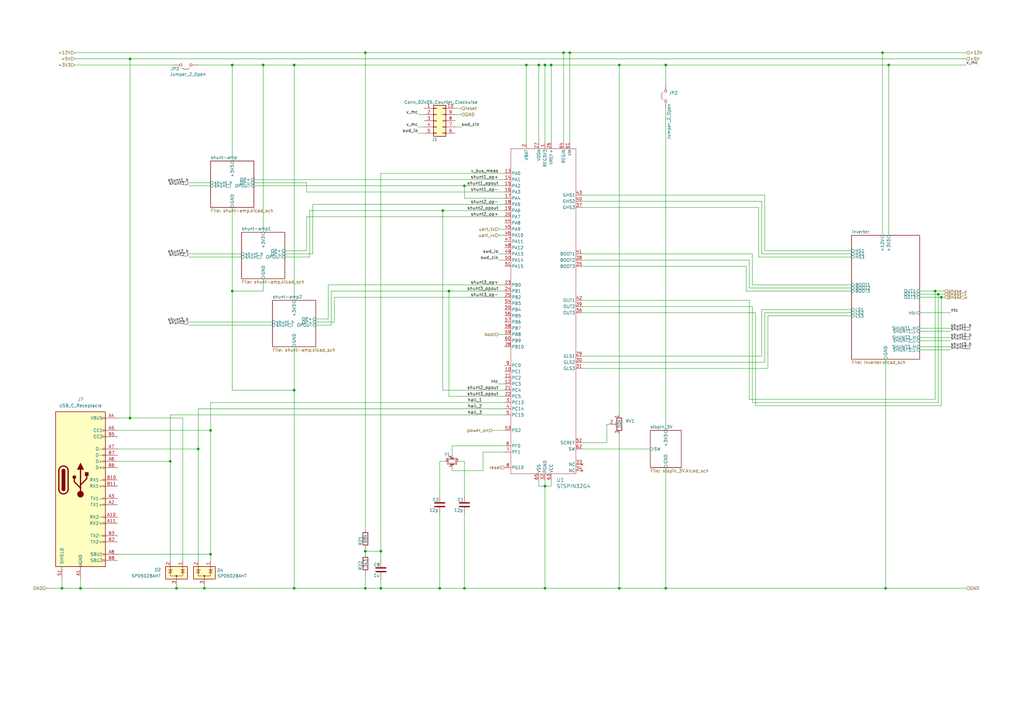
<source format=kicad_sch>
(kicad_sch (version 20250114) (generator "eeschema") (generator_version "9.0")
  (paper "A3")
  (lib_symbols
    (symbol "Connector:USB_C_Receptacle" (pin_names (offset 1.016))
      (property "Reference" "J" (at -10.16 29.21 0))
      (property "Value" "USB_C_Receptacle" (at 10.16 29.21 0))
      (symbol "USB_C_Receptacle_0_0"
        (rectangle (start -0.254 -35.56) (end 0.254 -34.544))
        (rectangle (start 10.16 25.654) (end 9.144 25.146))
        (rectangle (start 10.16 20.574) (end 9.144 20.066))
        (rectangle (start 10.16 18.034) (end 9.144 17.526))
        (rectangle (start 10.16 12.954) (end 9.144 12.446))
        (rectangle (start 10.16 10.414) (end 9.144 9.906))
        (rectangle (start 10.16 7.874) (end 9.144 7.366))
        (rectangle (start 10.16 5.334) (end 9.144 4.826))
        (rectangle (start 10.16 0.254) (end 9.144 -0.254))
        (rectangle (start 10.16 -2.286) (end 9.144 -2.794))
        (rectangle (start 10.16 -7.366) (end 9.144 -7.874))
        (rectangle (start 10.16 -9.906) (end 9.144 -10.414))
        (rectangle (start 10.16 -14.986) (end 9.144 -15.494))
        (rectangle (start 10.16 -17.526) (end 9.144 -18.034))
        (rectangle (start 10.16 -22.606) (end 9.144 -23.114))
        (rectangle (start 10.16 -25.146) (end 9.144 -25.654))
        (rectangle (start 10.16 -30.226) (end 9.144 -30.734))
        (rectangle (start 10.16 -32.766) (end 9.144 -33.274))
      )
      (symbol "USB_C_Receptacle_0_1"
        (rectangle (start -10.16 27.94) (end 10.16 -35.56) (stroke (width 0.254)) (fill (type background)))
        (polyline (pts (xy -8.89 -3.81) (xy -8.89 3.81)) (stroke (width 0.508)))
        (rectangle (start -7.62 -3.81) (end -6.35 3.81) (stroke (width 0.254)) (fill (type outline)))
        (arc (start -7.62 3.81) (mid -6.985 4.4423) (end -6.35 3.81) (stroke (width 0.254)))
        (arc (start -7.62 3.81) (mid -6.985 4.4423) (end -6.35 3.81) (stroke (width 0.254)) (fill (type outline)))
        (arc (start -8.89 3.81) (mid -6.985 5.7067) (end -5.08 3.81) (stroke (width 0.508)))
        (arc (start -5.08 -3.81) (mid -6.985 -5.7067) (end -8.89 -3.81) (stroke (width 0.508)))
        (arc (start -6.35 -3.81) (mid -6.985 -4.4423) (end -7.62 -3.81) (stroke (width 0.254)))
        (arc (start -6.35 -3.81) (mid -6.985 -4.4423) (end -7.62 -3.81) (stroke (width 0.254)) (fill (type outline)))
        (polyline (pts (xy -5.08 3.81) (xy -5.08 -3.81)) (stroke (width 0.508)))
      )
      (symbol "USB_C_Receptacle_1_1"
        (circle (center -2.54 1.143) (radius 0.635) (stroke (width 0.254)) (fill (type outline)))
        (polyline (pts (xy -1.27 4.318) (xy 0 6.858) (xy 1.27 4.318) (xy -1.27 4.318)) (stroke (width 0.254)) (fill (type outline)))
        (polyline (pts (xy 0 -2.032) (xy 2.54 0.508) (xy 2.54 1.778)) (stroke (width 0.508)))
        (polyline (pts (xy 0 -3.302) (xy -2.54 -0.762) (xy -2.54 0.508)) (stroke (width 0.508)))
        (polyline (pts (xy 0 -5.842) (xy 0 4.318)) (stroke (width 0.508)))
        (circle (center 0 -5.842) (radius 1.27) (fill (type outline)))
        (rectangle (start 1.905 1.778) (end 3.175 3.048) (stroke (width 0.254)) (fill (type outline)))
        (pin passive line (at -7.62 -40.64 90) (length 5.08) (name "SHIELD") (number "S1"))
        (pin passive line (at 0 -40.64 90) (length 5.08) (name "GND") (number "A1"))
        (pin passive line (at 0 -40.64 90) (length 5.08) (hide yes) (name "GND") (number "A12"))
        (pin passive line (at 0 -40.64 90) (length 5.08) (hide yes) (name "GND") (number "B1"))
        (pin passive line (at 0 -40.64 90) (length 5.08) (hide yes) (name "GND") (number "B12"))
        (pin passive line (at 15.24 25.4 180) (length 5.08) (name "VBUS") (number "A4"))
        (pin passive line (at 15.24 25.4 180) (length 5.08) (hide yes) (name "VBUS") (number "A9"))
        (pin passive line (at 15.24 25.4 180) (length 5.08) (hide yes) (name "VBUS") (number "B4"))
        (pin passive line (at 15.24 25.4 180) (length 5.08) (hide yes) (name "VBUS") (number "B9"))
        (pin bidirectional line (at 15.24 20.32 180) (length 5.08) (name "CC1") (number "A5"))
        (pin bidirectional line (at 15.24 17.78 180) (length 5.08) (name "CC2") (number "B5"))
        (pin bidirectional line (at 15.24 12.7 180) (length 5.08) (name "D-") (number "A7"))
        (pin bidirectional line (at 15.24 10.16 180) (length 5.08) (name "D-") (number "B7"))
        (pin bidirectional line (at 15.24 7.62 180) (length 5.08) (name "D+") (number "A6"))
        (pin bidirectional line (at 15.24 5.08 180) (length 5.08) (name "D+") (number "B6"))
        (pin bidirectional line (at 15.24 0 180) (length 5.08) (name "RX1-") (number "B10"))
        (pin bidirectional line (at 15.24 -2.54 180) (length 5.08) (name "RX1+") (number "B11"))
        (pin bidirectional line (at 15.24 -7.62 180) (length 5.08) (name "TX1-") (number "A3"))
        (pin bidirectional line (at 15.24 -10.16 180) (length 5.08) (name "TX1+") (number "A2"))
        (pin bidirectional line (at 15.24 -15.24 180) (length 5.08) (name "RX2-") (number "A10"))
        (pin bidirectional line (at 15.24 -17.78 180) (length 5.08) (name "RX2+") (number "A11"))
        (pin bidirectional line (at 15.24 -22.86 180) (length 5.08) (name "TX2-") (number "B3"))
        (pin bidirectional line (at 15.24 -25.4 180) (length 5.08) (name "TX2+") (number "B2"))
        (pin bidirectional line (at 15.24 -30.48 180) (length 5.08) (name "SBU1") (number "A8"))
        (pin bidirectional line (at 15.24 -33.02 180) (length 5.08) (name "SBU2") (number "B8"))
      )
    )
    (symbol "Connector_Generic:Conn_02x05_Counter_Clockwise" (pin_names (offset 1.016) (hide yes))
      (property "Reference" "J" (at 1.27 7.62 0))
      (property "Value" "Conn_02x05_Counter_Clockwise" (at 1.27 -7.62 0))
      (symbol "Conn_02x05_Counter_Clockwise_1_1"
        (rectangle (start -1.27 6.35) (end 3.81 -6.35) (stroke (width 0.254)) (fill (type background)))
        (rectangle (start -1.27 5.207) (end 0 4.953) (stroke (width 0.1524)))
        (rectangle (start -1.27 2.667) (end 0 2.413) (stroke (width 0.1524)))
        (rectangle (start -1.27 0.127) (end 0 -0.127) (stroke (width 0.1524)))
        (rectangle (start -1.27 -2.413) (end 0 -2.667) (stroke (width 0.1524)))
        (rectangle (start -1.27 -4.953) (end 0 -5.207) (stroke (width 0.1524)))
        (rectangle (start 3.81 5.207) (end 2.54 4.953) (stroke (width 0.1524)))
        (rectangle (start 3.81 2.667) (end 2.54 2.413) (stroke (width 0.1524)))
        (rectangle (start 3.81 0.127) (end 2.54 -0.127) (stroke (width 0.1524)))
        (rectangle (start 3.81 -2.413) (end 2.54 -2.667) (stroke (width 0.1524)))
        (rectangle (start 3.81 -4.953) (end 2.54 -5.207) (stroke (width 0.1524)))
        (pin passive line (at -5.08 5.08 0) (length 3.81) (name "Pin_1") (number "1"))
        (pin passive line (at -5.08 2.54 0) (length 3.81) (name "Pin_2") (number "2"))
        (pin passive line (at -5.08 0 0) (length 3.81) (name "Pin_3") (number "3"))
        (pin passive line (at -5.08 -2.54 0) (length 3.81) (name "Pin_4") (number "4"))
        (pin passive line (at -5.08 -5.08 0) (length 3.81) (name "Pin_5") (number "5"))
        (pin passive line (at 7.62 5.08 180) (length 3.81) (name "Pin_10") (number "10"))
        (pin passive line (at 7.62 2.54 180) (length 3.81) (name "Pin_9") (number "9"))
        (pin passive line (at 7.62 0 180) (length 3.81) (name "Pin_8") (number "8"))
        (pin passive line (at 7.62 -2.54 180) (length 3.81) (name "Pin_7") (number "7"))
        (pin passive line (at 7.62 -5.08 180) (length 3.81) (name "Pin_6") (number "6"))
      )
    )
    (symbol "Device:C" (pin_numbers (hide yes)) (pin_names (offset 0.254))
      (property "Reference" "C" (at 0.635 2.54 0))
      (property "Value" "C" (at 0.635 -2.54 0))
      (symbol "C_0_1"
        (polyline (pts (xy -2.032 0.762) (xy 2.032 0.762)) (stroke (width 0.508)))
        (polyline (pts (xy -2.032 -0.762) (xy 2.032 -0.762)) (stroke (width 0.508)))
      )
      (symbol "C_1_1"
        (pin passive line (at 0 3.81 270) (length 2.794) (name "~") (number "1"))
        (pin passive line (at 0 -3.81 90) (length 2.794) (name "~") (number "2"))
      )
    )
    (symbol "Device:Crystal_GND23_Small" (pin_names (offset 1.016) (hide yes))
      (property "Reference" "Y1" (at 2.794 -2.032 90))
      (symbol "Crystal_GND23_Small_0_1"
        (polyline (pts (xy -1.27 1.27) (xy -1.27 1.905) (xy 1.27 1.905) (xy 1.27 1.27)))
        (polyline (pts (xy -1.27 -0.762) (xy -1.27 0.762)) (stroke (width 0.381)))
        (polyline (pts (xy -1.27 -1.27) (xy -1.27 -1.905) (xy 1.27 -1.905) (xy 1.27 -1.27)))
        (rectangle (start -0.762 -1.524) (end 0.762 1.524))
        (polyline (pts (xy 1.27 -0.762) (xy 1.27 0.762)) (stroke (width 0.381)))
      )
      (symbol "Crystal_GND23_Small_1_1"
        (pin passive line (at -2.54 0 0) (length 1.27) (name "1") (number "1"))
        (pin passive line (at 0 2.54 270) (length 0.635) (name "4") (number "4"))
        (pin passive line (at 0 -2.54 90) (length 0.635) (name "2") (number "2"))
        (pin passive line (at 2.54 0 180) (length 1.27) (name "3") (number "3"))
      )
    )
    (symbol "Device:R" (pin_numbers (hide yes)) (pin_names (offset 0))
      (property "Reference" "R" (at 2.032 0 90))
      (property "Value" "R" (at 0 0 90))
      (symbol "R_0_1"
        (rectangle (start -1.016 -2.54) (end 1.016 2.54) (stroke (width 0.254)))
      )
      (symbol "R_1_1"
        (pin passive line (at 0 3.81 270) (length 1.27) (name "~") (number "1"))
        (pin passive line (at 0 -3.81 90) (length 1.27) (name "~") (number "2"))
      )
    )
    (symbol "Device:R_Potentiometer_Trim" (pin_names (offset 1.016) (hide yes))
      (property "Reference" "RV" (at -4.445 0 90))
      (property "Value" "R_Potentiometer_Trim" (at -2.54 0 90))
      (symbol "R_Potentiometer_Trim_0_1"
        (rectangle (start 1.016 2.54) (end -1.016 -2.54) (stroke (width 0.254)))
        (polyline (pts (xy 1.524 0.762) (xy 1.524 -0.762)))
        (polyline (pts (xy 2.54 0) (xy 1.524 0)))
      )
      (symbol "R_Potentiometer_Trim_1_1"
        (pin passive line (at 0 3.81 270) (length 1.27) (name "1") (number "1"))
        (pin passive line (at 0 -3.81 90) (length 1.27) (name "3") (number "3"))
        (pin passive line (at 3.81 0 180) (length 1.27) (name "2") (number "2"))
      )
    )
    (symbol "Jumper:Jumper_2_Open" (pin_numbers (hide yes)) (pin_names (offset 0) (hide yes))
      (property "Reference" "JP" (at 0 2.794 0))
      (property "Value" "Jumper_2_Open" (at 0 -2.286 0))
      (symbol "Jumper_2_Open_0_0"
        (circle (center -2.032 0) (radius 0.508))
        (circle (center 2.032 0) (radius 0.508))
      )
      (symbol "Jumper_2_Open_0_1"
        (arc (start -1.524 1.27) (mid 0 1.778) (end 1.524 1.27))
      )
      (symbol "Jumper_2_Open_1_1"
        (pin passive line (at -5.08 0 0) (length 2.54) (name "A") (number "1"))
        (pin passive line (at 5.08 0 180) (length 2.54) (name "B") (number "2"))
      )
    )
    (symbol "Power_Protection:SP0502BAHT" (pin_names (hide yes))
      (property "Reference" "D" (at 5.715 2.54 0))
      (property "Value" "SP0502BAHT" (at 5.715 0.635 0))
      (symbol "SP0502BAHT_0_0"
        (pin passive line (at 0 -5.08 90) (length 2.54) (name "A") (number "3"))
      )
      (symbol "SP0502BAHT_0_1"
        (rectangle (start -4.445 2.54) (end 4.445 -2.54) (stroke (width 0.254)) (fill (type background)))
        (polyline (pts (xy -3.302 1.016) (xy -3.302 1.27) (xy -1.905 1.27) (xy -1.778 1.27)))
        (polyline (pts (xy -2.54 2.54) (xy -2.54 1.27)))
        (polyline (pts (xy -2.54 1.27) (xy -2.54 -1.27) (xy 2.54 -1.27) (xy 2.54 1.27)))
        (polyline (pts (xy -2.54 1.27) (xy -1.905 0) (xy -3.175 0) (xy -2.54 1.27)))
        (polyline (pts (xy 0 -1.27) (xy 0 -2.54)))
        (circle (center 0 -1.27) (radius 0.254) (fill (type outline)))
        (polyline (pts (xy 1.778 1.016) (xy 1.778 1.27) (xy 3.175 1.27) (xy 3.302 1.27)))
        (polyline (pts (xy 2.54 2.54) (xy 2.54 1.27)))
        (polyline (pts (xy 2.54 1.27) (xy 1.905 0) (xy 3.175 0) (xy 2.54 1.27)))
      )
      (symbol "SP0502BAHT_1_1"
        (pin passive line (at -2.54 5.08 270) (length 2.54) (name "K") (number "1"))
        (pin passive line (at 2.54 5.08 270) (length 2.54) (name "K") (number "2"))
      )
    )
    (symbol "stsping4:STSPIN32G4" (pin_names (offset 0.254))
      (property "Reference" "U" (at 0 -6.858 0))
      (property "Value" "STSPIN32G4" (at 0.508 -9.906 0))
      (symbol "STSPIN32G4_1_1"
        (polyline (pts (xy -13.97 67.31) (xy -13.97 -66.04)) (stroke (width 0.127)))
        (polyline (pts (xy -13.97 -66.04) (xy 12.7 -66.04)) (stroke (width 0.127)))
        (polyline (pts (xy 12.7 67.31) (xy -13.97 67.31)) (stroke (width 0.127)))
        (polyline (pts (xy 12.7 -66.04) (xy 12.7 67.31)) (stroke (width 0.127)))
        (pin bidirectional line (at -16.51 57.15 0) (length 2.54) (name "PA0") (number "13"))
        (pin bidirectional line (at -16.51 54.61 0) (length 2.54) (name "PA1") (number "14"))
        (pin bidirectional line (at -16.51 52.07 0) (length 2.54) (name "PA2") (number "15"))
        (pin bidirectional line (at -16.51 49.53 0) (length 2.54) (name "PA3") (number "16"))
        (pin bidirectional line (at -16.51 46.99 0) (length 2.54) (name "PA4") (number "17"))
        (pin bidirectional line (at -16.51 44.45 0) (length 2.54) (name "PA5") (number "18"))
        (pin bidirectional line (at -16.51 41.91 0) (length 2.54) (name "PA6") (number "19"))
        (pin bidirectional line (at -16.51 39.37 0) (length 2.54) (name "PA7") (number "20"))
        (pin bidirectional line (at -16.51 36.83 0) (length 2.54) (name "PA8") (number "44"))
        (pin bidirectional line (at -16.51 34.29 0) (length 2.54) (name "PA9") (number "45"))
        (pin bidirectional line (at -16.51 31.75 0) (length 2.54) (name "PA10") (number "46"))
        (pin bidirectional line (at -16.51 29.21 0) (length 2.54) (name "PA11") (number "47"))
        (pin bidirectional line (at -16.51 26.67 0) (length 2.54) (name "PA12") (number "48"))
        (pin bidirectional line (at -16.51 24.13 0) (length 2.54) (name "PA13") (number "49"))
        (pin bidirectional line (at -16.51 21.59 0) (length 2.54) (name "PA14") (number "50"))
        (pin bidirectional line (at -16.51 19.05 0) (length 2.54) (name "PA15") (number "51"))
        (pin bidirectional line (at -16.51 11.43 0) (length 2.54) (name "PB0") (number "23"))
        (pin bidirectional line (at -16.51 8.89 0) (length 2.54) (name "PB1") (number "24"))
        (pin bidirectional line (at -16.51 6.35 0) (length 2.54) (name "PB2") (number "25"))
        (pin bidirectional line (at -16.51 3.81 0) (length 2.54) (name "PB3") (number "54"))
        (pin bidirectional line (at -16.51 1.27 0) (length 2.54) (name "PB4") (number "55"))
        (pin bidirectional line (at -16.51 -1.27 0) (length 2.54) (name "PB5") (number "56"))
        (pin bidirectional line (at -16.51 -3.81 0) (length 2.54) (name "PB6") (number "57"))
        (pin bidirectional line (at -16.51 -6.35 0) (length 2.54) (name "PB7") (number "58"))
        (pin bidirectional line (at -16.51 -8.89 0) (length 2.54) (name "PB8") (number "59"))
        (pin bidirectional line (at -16.51 -11.43 0) (length 2.54) (name "PB9") (number "60"))
        (pin bidirectional line (at -16.51 -13.97 0) (length 2.54) (name "PB10") (number "28"))
        (pin bidirectional line (at -16.51 -21.59 0) (length 2.54) (name "PC0") (number "9"))
        (pin bidirectional line (at -16.51 -24.13 0) (length 2.54) (name "PC1") (number "10"))
        (pin bidirectional line (at -16.51 -26.67 0) (length 2.54) (name "PC2") (number "11"))
        (pin bidirectional line (at -16.51 -29.21 0) (length 2.54) (name "PC3") (number "12"))
        (pin bidirectional line (at -16.51 -31.75 0) (length 2.54) (name "PC4") (number "21"))
        (pin bidirectional line (at -16.51 -34.29 0) (length 2.54) (name "PC5") (number "22"))
        (pin bidirectional line (at -16.51 -36.83 0) (length 2.54) (name "PC13") (number "3"))
        (pin bidirectional line (at -16.51 -39.37 0) (length 2.54) (name "PC14") (number "4"))
        (pin bidirectional line (at -16.51 -41.91 0) (length 2.54) (name "PC15") (number "5"))
        (pin bidirectional line (at -16.51 -48.26 0) (length 2.54) (name "PD2") (number "53"))
        (pin bidirectional line (at -16.51 -54.61 0) (length 2.54) (name "PF0") (number "6"))
        (pin bidirectional line (at -16.51 -57.15 0) (length 2.54) (name "PF1") (number "7"))
        (pin unspecified line (at -16.51 -63.5 0) (length 2.54) (name "PG10") (number "8"))
        (pin unspecified line (at -7.62 69.85 270) (length 2.54) (name "VBAT") (number "2"))
        (pin power_in line (at -2.54 69.85 270) (length 2.54) (name "VDDA") (number "27"))
        (pin power_in line (at -2.54 -68.58 90) (length 2.54) (name "VSS") (number "65"))
        (pin power_in line (at 0 69.85 270) (length 2.54) (name "REG3V3") (number "1"))
        (pin power_in line (at 0 -68.58 90) (length 2.54) (name "PGND") (number "32"))
        (pin power_in line (at 2.54 69.85 270) (length 2.54) (name "VREF+") (number "26"))
        (pin power_in line (at 2.54 -68.58 90) (length 2.54) (name "VCC") (number "63"))
        (pin unspecified line (at 7.62 69.85 270) (length 2.54) (name "REGIN") (number "64"))
        (pin unspecified line (at 10.16 69.85 270) (length 2.54) (name "VM") (number "61"))
        (pin bidirectional line (at 15.24 48.26 180) (length 2.54) (name "GHS1") (number "43"))
        (pin bidirectional line (at 15.24 45.72 180) (length 2.54) (name "GHS2") (number "40"))
        (pin bidirectional line (at 15.24 43.18 180) (length 2.54) (name "GHS3") (number "37"))
        (pin bidirectional line (at 15.24 24.13 180) (length 2.54) (name "BOOT1") (number "41"))
        (pin bidirectional line (at 15.24 21.59 180) (length 2.54) (name "BOOT2") (number "38"))
        (pin bidirectional line (at 15.24 19.05 180) (length 2.54) (name "BOOT3") (number "35"))
        (pin output line (at 15.24 5.08 180) (length 2.54) (name "OUT1") (number "42"))
        (pin output line (at 15.24 2.54 180) (length 2.54) (name "OUT2") (number "39"))
        (pin output line (at 15.24 0 180) (length 2.54) (name "OUT3") (number "36"))
        (pin bidirectional line (at 15.24 -17.78 180) (length 2.54) (name "GLS1") (number "29"))
        (pin bidirectional line (at 15.24 -20.32 180) (length 2.54) (name "GLS2") (number "30"))
        (pin bidirectional line (at 15.24 -22.86 180) (length 2.54) (name "GLS3") (number "31"))
        (pin unspecified line (at 15.24 -53.34 180) (length 2.54) (name "SCREF") (number "52"))
        (pin unspecified line (at 15.24 -55.88 180) (length 2.54) (name "SW") (number "62"))
        (pin no_connect line (at 15.24 -62.23 180) (length 2.54) (name "NC") (number "33"))
        (pin no_connect line (at 15.24 -64.77 180) (length 2.54) (name "NC") (number "34"))
      )
    )
  )
  (junction (at 53.34 24.13))
  (junction (at 190.5 241.3))
  (junction (at 223.52 199.39))
  (junction (at 386.08 121.92))
  (junction (at 215.9 26.67))
  (junction (at 181.61 86.36))
  (junction (at 156.21 226.06))
  (junction (at 383.54 119.38))
  (junction (at 273.05 241.3))
  (junction (at 190.5 76.2))
  (junction (at 156.21 241.3))
  (junction (at 33.02 241.3))
  (junction (at 25.4 241.3))
  (junction (at 149.86 226.06))
  (junction (at 95.25 119.38))
  (junction (at 220.98 26.67))
  (junction (at 120.65 26.67))
  (junction (at 95.25 26.67))
  (junction (at 363.22 241.3))
  (junction (at 361.95 21.59))
  (junction (at 149.86 21.59))
  (junction (at 231.14 21.59))
  (junction (at 223.52 241.3))
  (junction (at 81.28 184.15))
  (junction (at 72.39 241.3))
  (junction (at 180.34 241.3))
  (junction (at 273.05 26.67))
  (junction (at 184.15 119.38))
  (junction (at 149.86 241.3))
  (junction (at 384.81 120.65))
  (junction (at 120.65 160.02))
  (junction (at 53.34 171.45))
  (junction (at 254 26.67))
  (junction (at 254 241.3))
  (junction (at 107.95 26.67))
  (junction (at 223.52 26.67))
  (junction (at 226.06 26.67))
  (junction (at 233.68 21.59))
  (junction (at 364.49 26.67))
  (junction (at 86.36 227.33))
  (junction (at 86.36 176.53))
  (junction (at 83.82 241.3))
  (junction (at 69.85 189.23))
  (junction (at 120.65 241.3))
  (wire (pts (xy 48.26 176.53) (xy 86.36 176.53)))
  (wire (pts (xy 306.07 119.38) (xy 349.25 119.38)))
  (wire (pts (xy 104.14 76.2) (xy 190.5 76.2)))
  (wire (pts (xy 312.42 82.55) (xy 312.42 104.14)))
  (wire (pts (xy 273.05 44.45) (xy 273.05 176.53)))
  (wire (pts (xy 30.48 21.59) (xy 149.86 21.59)))
  (wire (pts (xy 313.69 80.01) (xy 313.69 102.87)))
  (wire (pts (xy 220.98 26.67) (xy 220.98 58.42)))
  (wire (pts (xy 383.54 163.83) (xy 307.34 163.83)))
  (wire (pts (xy 185.42 193.04) (xy 198.12 193.04)))
  (wire (pts (xy 107.95 26.67) (xy 120.65 26.67)))
  (wire (pts (xy 48.26 227.33) (xy 86.36 227.33)))
  (wire (pts (xy 389.89 134.62) (xy 377.19 134.62)))
  (wire (pts (xy 207.01 170.18) (xy 69.85 170.18)))
  (wire (pts (xy 48.26 189.23) (xy 69.85 189.23)))
  (wire (pts (xy 81.28 26.67) (xy 95.25 26.67)))
  (wire (pts (xy 238.76 80.01) (xy 313.69 80.01)))
  (wire (pts (xy 30.48 24.13) (xy 53.34 24.13)))
  (wire (pts (xy 86.36 165.1) (xy 86.36 176.53)))
  (wire (pts (xy 377.19 128.27) (xy 389.89 128.27)))
  (wire (pts (xy 120.65 26.67) (xy 215.9 26.67)))
  (wire (pts (xy 311.15 85.09) (xy 311.15 105.41)))
  (wire (pts (xy 180.34 189.23) (xy 180.34 203.2)))
  (wire (pts (xy 156.21 71.12) (xy 207.01 71.12)))
  (wire (pts (xy 81.28 184.15) (xy 81.28 229.87)))
  (wire (pts (xy 127 86.36) (xy 181.61 86.36)))
  (wire (pts (xy 364.49 26.67) (xy 364.49 96.52)))
  (wire (pts (xy 53.34 171.45) (xy 53.34 24.13)))
  (wire (pts (xy 190.5 241.3) (xy 223.52 241.3)))
  (wire (pts (xy 171.45 52.07) (xy 173.99 52.07)))
  (wire (pts (xy 308.61 125.73) (xy 308.61 165.1)))
  (wire (pts (xy 134.62 116.84) (xy 207.01 116.84)))
  (wire (pts (xy 207.01 162.56) (xy 184.15 162.56)))
  (wire (pts (xy 386.08 121.92) (xy 386.08 166.37)))
  (wire (pts (xy 308.61 116.84) (xy 349.25 116.84)))
  (wire (pts (xy 233.68 21.59) (xy 361.95 21.59)))
  (wire (pts (xy 190.5 241.3) (xy 180.34 241.3)))
  (wire (pts (xy 223.52 199.39) (xy 226.06 199.39)))
  (wire (pts (xy 156.21 226.06) (xy 156.21 229.87)))
  (wire (pts (xy 190.5 76.2) (xy 207.01 76.2)))
  (wire (pts (xy 204.47 157.48) (xy 207.01 157.48)))
  (wire (pts (xy 312.42 127) (xy 349.25 127)))
  (wire (pts (xy 171.45 54.61) (xy 173.99 54.61)))
  (wire (pts (xy 120.65 142.24) (xy 120.65 160.02)))
  (wire (pts (xy 223.52 199.39) (xy 223.52 241.3)))
  (wire (pts (xy 25.4 237.49) (xy 25.4 241.3)))
  (wire (pts (xy 77.47 76.2) (xy 86.36 76.2)))
  (wire (pts (xy 86.36 227.33) (xy 86.36 229.87)))
  (wire (pts (xy 125.73 102.87) (xy 125.73 88.9)))
  (wire (pts (xy 69.85 170.18) (xy 69.85 189.23)))
  (wire (pts (xy 204.47 93.98) (xy 207.01 93.98)))
  (wire (pts (xy 389.89 143.51) (xy 377.19 143.51)))
  (wire (pts (xy 313.69 148.59) (xy 313.69 128.27)))
  (wire (pts (xy 72.39 241.3) (xy 83.82 241.3)))
  (wire (pts (xy 77.47 132.08) (xy 111.76 132.08)))
  (wire (pts (xy 33.02 237.49) (xy 33.02 241.3)))
  (wire (pts (xy 250.19 173.99) (xy 248.92 173.99)))
  (wire (pts (xy 226.06 199.39) (xy 226.06 196.85)))
  (wire (pts (xy 129.54 133.35) (xy 135.89 133.35)))
  (wire (pts (xy 120.65 241.3) (xy 149.86 241.3)))
  (wire (pts (xy 156.21 226.06) (xy 156.21 71.12)))
  (wire (pts (xy 137.16 132.08) (xy 137.16 121.92)))
  (wire (pts (xy 149.86 226.06) (xy 149.86 227.33)))
  (wire (pts (xy 238.76 128.27) (xy 309.88 128.27)))
  (wire (pts (xy 254 26.67) (xy 273.05 26.67)))
  (wire (pts (xy 77.47 74.93) (xy 86.36 74.93)))
  (wire (pts (xy 95.25 85.09) (xy 95.25 119.38)))
  (wire (pts (xy 226.06 26.67) (xy 254 26.67)))
  (wire (pts (xy 238.76 148.59) (xy 313.69 148.59)))
  (wire (pts (xy 361.95 96.52) (xy 361.95 21.59)))
  (wire (pts (xy 120.65 26.67) (xy 120.65 123.19)))
  (wire (pts (xy 149.86 224.79) (xy 149.86 226.06)))
  (wire (pts (xy 220.98 199.39) (xy 223.52 199.39)))
  (wire (pts (xy 204.47 96.52) (xy 207.01 96.52)))
  (wire (pts (xy 273.05 241.3) (xy 363.22 241.3)))
  (wire (pts (xy 254 177.8) (xy 254 241.3)))
  (wire (pts (xy 53.34 24.13) (xy 396.24 24.13)))
  (wire (pts (xy 156.21 241.3) (xy 180.34 241.3)))
  (wire (pts (xy 223.52 26.67) (xy 223.52 58.42)))
  (wire (pts (xy 134.62 130.81) (xy 134.62 116.84)))
  (wire (pts (xy 182.88 189.23) (xy 180.34 189.23)))
  (wire (pts (xy 81.28 167.64) (xy 207.01 167.64)))
  (wire (pts (xy 201.93 176.53) (xy 207.01 176.53)))
  (wire (pts (xy 386.08 121.92) (xy 387.35 121.92)))
  (wire (pts (xy 312.42 146.05) (xy 312.42 127)))
  (wire (pts (xy 238.76 106.68) (xy 307.34 106.68)))
  (wire (pts (xy 238.76 123.19) (xy 307.34 123.19)))
  (wire (pts (xy 306.07 109.22) (xy 306.07 119.38)))
  (wire (pts (xy 77.47 104.14) (xy 99.06 104.14)))
  (wire (pts (xy 184.15 162.56) (xy 184.15 119.38)))
  (wire (pts (xy 254 170.18) (xy 254 26.67)))
  (wire (pts (xy 135.89 119.38) (xy 184.15 119.38)))
  (wire (pts (xy 74.93 171.45) (xy 74.93 229.87)))
  (wire (pts (xy 273.05 191.77) (xy 273.05 241.3)))
  (wire (pts (xy 238.76 82.55) (xy 312.42 82.55)))
  (wire (pts (xy 180.34 210.82) (xy 180.34 241.3)))
  (wire (pts (xy 254 241.3) (xy 273.05 241.3)))
  (wire (pts (xy 137.16 121.92) (xy 207.01 121.92)))
  (wire (pts (xy 72.39 240.03) (xy 72.39 241.3)))
  (wire (pts (xy 204.47 106.68) (xy 207.01 106.68)))
  (wire (pts (xy 223.52 196.85) (xy 223.52 199.39)))
  (wire (pts (xy 311.15 105.41) (xy 349.25 105.41)))
  (wire (pts (xy 204.47 104.14) (xy 207.01 104.14)))
  (wire (pts (xy 48.26 184.15) (xy 81.28 184.15)))
  (wire (pts (xy 377.19 119.38) (xy 383.54 119.38)))
  (wire (pts (xy 104.14 74.93) (xy 125.73 74.93)))
  (wire (pts (xy 383.54 119.38) (xy 387.35 119.38)))
  (wire (pts (xy 314.96 129.54) (xy 349.25 129.54)))
  (wire (pts (xy 377.19 120.65) (xy 384.81 120.65)))
  (wire (pts (xy 190.5 210.82) (xy 190.5 241.3)))
  (wire (pts (xy 149.86 241.3) (xy 156.21 241.3)))
  (wire (pts (xy 116.84 102.87) (xy 125.73 102.87)))
  (wire (pts (xy 215.9 26.67) (xy 220.98 26.67)))
  (wire (pts (xy 125.73 78.74) (xy 207.01 78.74)))
  (wire (pts (xy 25.4 241.3) (xy 33.02 241.3)))
  (wire (pts (xy 116.84 104.14) (xy 128.27 104.14)))
  (wire (pts (xy 312.42 104.14) (xy 349.25 104.14)))
  (wire (pts (xy 95.25 160.02) (xy 120.65 160.02)))
  (wire (pts (xy 120.65 160.02) (xy 120.65 241.3)))
  (wire (pts (xy 307.34 106.68) (xy 307.34 118.11)))
  (wire (pts (xy 186.69 44.45) (xy 189.23 44.45)))
  (wire (pts (xy 238.76 109.22) (xy 306.07 109.22)))
  (wire (pts (xy 273.05 26.67) (xy 273.05 34.29)))
  (wire (pts (xy 198.12 185.42) (xy 207.01 185.42)))
  (wire (pts (xy 149.86 226.06) (xy 156.21 226.06)))
  (wire (pts (xy 307.34 118.11) (xy 349.25 118.11)))
  (wire (pts (xy 171.45 46.99) (xy 173.99 46.99)))
  (wire (pts (xy 185.42 191.77) (xy 185.42 193.04)))
  (wire (pts (xy 33.02 241.3) (xy 72.39 241.3)))
  (wire (pts (xy 181.61 86.36) (xy 207.01 86.36)))
  (wire (pts (xy 184.15 119.38) (xy 207.01 119.38)))
  (wire (pts (xy 307.34 163.83) (xy 307.34 123.19)))
  (wire (pts (xy 187.96 189.23) (xy 190.5 189.23)))
  (wire (pts (xy 198.12 185.42) (xy 198.12 193.04)))
  (wire (pts (xy 223.52 26.67) (xy 220.98 26.67)))
  (wire (pts (xy 363.22 241.3) (xy 396.24 241.3)))
  (wire (pts (xy 77.47 133.35) (xy 111.76 133.35)))
  (wire (pts (xy 389.89 135.89) (xy 377.19 135.89)))
  (wire (pts (xy 215.9 26.67) (xy 215.9 58.42)))
  (wire (pts (xy 313.69 128.27) (xy 349.25 128.27)))
  (wire (pts (xy 116.84 105.41) (xy 127 105.41)))
  (wire (pts (xy 238.76 184.15) (xy 266.7 184.15)))
  (wire (pts (xy 377.19 121.92) (xy 386.08 121.92)))
  (wire (pts (xy 190.5 189.23) (xy 190.5 203.2)))
  (wire (pts (xy 135.89 133.35) (xy 135.89 119.38)))
  (wire (pts (xy 207.01 160.02) (xy 181.61 160.02)))
  (wire (pts (xy 149.86 21.59) (xy 231.14 21.59)))
  (wire (pts (xy 309.88 128.27) (xy 309.88 166.37)))
  (wire (pts (xy 273.05 26.67) (xy 364.49 26.67)))
  (wire (pts (xy 125.73 74.93) (xy 125.73 78.74)))
  (wire (pts (xy 48.26 171.45) (xy 53.34 171.45)))
  (wire (pts (xy 231.14 21.59) (xy 231.14 58.42)))
  (wire (pts (xy 83.82 240.03) (xy 83.82 241.3)))
  (wire (pts (xy 238.76 146.05) (xy 312.42 146.05)))
  (wire (pts (xy 248.92 173.99) (xy 248.92 181.61)))
  (wire (pts (xy 309.88 166.37) (xy 386.08 166.37)))
  (wire (pts (xy 308.61 104.14) (xy 308.61 116.84)))
  (wire (pts (xy 204.47 137.16) (xy 207.01 137.16)))
  (wire (pts (xy 107.95 119.38) (xy 95.25 119.38)))
  (wire (pts (xy 149.86 234.95) (xy 149.86 241.3)))
  (wire (pts (xy 95.25 26.67) (xy 95.25 66.04)))
  (wire (pts (xy 185.42 182.88) (xy 207.01 182.88)))
  (wire (pts (xy 248.92 181.61) (xy 238.76 181.61)))
  (wire (pts (xy 86.36 165.1) (xy 207.01 165.1)))
  (wire (pts (xy 77.47 105.41) (xy 99.06 105.41)))
  (wire (pts (xy 363.22 147.32) (xy 363.22 241.3)))
  (wire (pts (xy 233.68 21.59) (xy 231.14 21.59)))
  (wire (pts (xy 129.54 132.08) (xy 137.16 132.08)))
  (wire (pts (xy 107.95 114.3) (xy 107.95 119.38)))
  (wire (pts (xy 238.76 125.73) (xy 308.61 125.73)))
  (wire (pts (xy 223.52 241.3) (xy 254 241.3)))
  (wire (pts (xy 128.27 104.14) (xy 128.27 83.82)))
  (wire (pts (xy 389.89 142.24) (xy 377.19 142.24)))
  (wire (pts (xy 156.21 237.49) (xy 156.21 241.3)))
  (wire (pts (xy 384.81 120.65) (xy 384.81 165.1)))
  (wire (pts (xy 81.28 167.64) (xy 81.28 184.15)))
  (wire (pts (xy 238.76 104.14) (xy 308.61 104.14)))
  (wire (pts (xy 181.61 160.02) (xy 181.61 86.36)))
  (wire (pts (xy 127 105.41) (xy 127 86.36)))
  (wire (pts (xy 226.06 58.42) (xy 226.06 26.67)))
  (wire (pts (xy 238.76 85.09) (xy 311.15 85.09)))
  (wire (pts (xy 128.27 83.82) (xy 207.01 83.82)))
  (wire (pts (xy 186.69 52.07) (xy 189.23 52.07)))
  (wire (pts (xy 186.69 46.99) (xy 189.23 46.99)))
  (wire (pts (xy 104.14 73.66) (xy 207.01 73.66)))
  (wire (pts (xy 19.05 241.3) (xy 25.4 241.3)))
  (wire (pts (xy 389.89 138.43) (xy 377.19 138.43)))
  (wire (pts (xy 149.86 217.17) (xy 149.86 21.59)))
  (wire (pts (xy 107.95 26.67) (xy 107.95 95.25)))
  (wire (pts (xy 233.68 21.59) (xy 233.68 58.42)))
  (wire (pts (xy 364.49 26.67) (xy 396.24 26.67)))
  (wire (pts (xy 383.54 119.38) (xy 383.54 163.83)))
  (wire (pts (xy 361.95 21.59) (xy 396.24 21.59)))
  (wire (pts (xy 220.98 196.85) (xy 220.98 199.39)))
  (wire (pts (xy 129.54 130.81) (xy 134.62 130.81)))
  (wire (pts (xy 190.5 81.28) (xy 207.01 81.28)))
  (wire (pts (xy 69.85 189.23) (xy 69.85 229.87)))
  (wire (pts (xy 95.25 26.67) (xy 107.95 26.67)))
  (wire (pts (xy 313.69 102.87) (xy 349.25 102.87)))
  (wire (pts (xy 95.25 119.38) (xy 95.25 160.02)))
  (wire (pts (xy 74.93 171.45) (xy 53.34 171.45)))
  (wire (pts (xy 389.89 139.7) (xy 377.19 139.7)))
  (wire (pts (xy 83.82 241.3) (xy 120.65 241.3)))
  (wire (pts (xy 185.42 182.88) (xy 185.42 186.69)))
  (wire (pts (xy 238.76 151.13) (xy 314.96 151.13)))
  (wire (pts (xy 125.73 88.9) (xy 207.01 88.9)))
  (wire (pts (xy 86.36 176.53) (xy 86.36 227.33)))
  (wire (pts (xy 190.5 81.28) (xy 190.5 76.2)))
  (wire (pts (xy 226.06 26.67) (xy 223.52 26.67)))
  (wire (pts (xy 314.96 151.13) (xy 314.96 129.54)))
  (wire (pts (xy 384.81 120.65) (xy 387.35 120.65)))
  (wire (pts (xy 30.48 26.67) (xy 71.12 26.67)))
  (wire (pts (xy 308.61 165.1) (xy 384.81 165.1)))
  (label "shunt3_h" (at 77.47 132.08 180))
  (label "swd_clk" (at 204.47 106.68 180))
  (label "shunt1_op-" (at 204.47 78.74 180))
  (label "swd_io" (at 204.47 104.14 180))
  (label "shunt2_op-" (at 204.47 83.82 180))
  (label "shunt3_h" (at 389.89 142.24 0))
  (label "shunt1_l" (at 77.47 76.2 180))
  (label "swd_io" (at 171.45 54.61 180))
  (label "shunt1_h" (at 77.47 74.93 180))
  (label "v_bus_meas" (at 204.47 71.12 180))
  (label "shunt2_opout" (at 204.47 160.02 180))
  (label "v_mc" (at 171.45 46.99 180))
  (label "swd_clk" (at 189.23 52.07 0))
  (label "v_mc" (at 396.24 26.67 0))
  (label "v_mc" (at 171.45 52.07 180))
  (label "shunt2_l" (at 389.89 139.7 0))
  (label "shunt3_opout" (at 204.47 119.38 180))
  (label "shunt1_opout" (at 204.47 76.2 180))
  (label "shunt2_op+" (at 204.47 88.9 180))
  (label "hall_3" (at 191.77 170.18 0))
  (label "shunt3_opout" (at 204.47 162.56 180))
  (label "hall_2" (at 191.77 167.64 0))
  (label "hall_1" (at 191.77 165.1 0))
  (label "shunt3_op+" (at 204.47 116.84 180))
  (label "shunt2_l" (at 77.47 105.41 180))
  (label "shunt2_opout" (at 204.47 86.36 180))
  (label "shunt1_l" (at 389.89 135.89 0))
  (label "shunt2_h" (at 77.47 104.14 180))
  (label "shunt3_l" (at 389.89 143.51 0))
  (label "shunt3_op-" (at 204.47 121.92 180))
  (label "shunt2_h" (at 389.89 138.43 0))
  (label "shunt3_l" (at 77.47 133.35 180))
  (label "ntc" (at 204.47 157.48 180))
  (label "ntc" (at 389.89 128.27 0))
  (label "shunt1_h" (at 389.89 134.62 0))
  (label "shunt1_op+" (at 204.47 73.66 180))
  (hierarchical_label "phase_v" (shape input) (at 387.35 120.65 0))
  (hierarchical_label "uart_rx" (shape input) (at 204.47 96.52 180))
  (hierarchical_label "GND" (shape input) (at 396.24 241.3 0))
  (hierarchical_label "power_on" (shape input) (at 201.93 176.53 180))
  (hierarchical_label "+3V3" (shape input) (at 30.48 26.67 180))
  (hierarchical_label "phase_w" (shape input) (at 387.35 121.92 0))
  (hierarchical_label "uart_tx" (shape input) (at 204.47 93.98 180))
  (hierarchical_label "GND" (shape input) (at 189.23 46.99 0))
  (hierarchical_label "phase_u" (shape input) (at 387.35 119.38 0))
  (hierarchical_label "reset" (shape input) (at 189.23 44.45 0))
  (hierarchical_label "+5V" (shape input) (at 396.24 24.13 0))
  (hierarchical_label "GND" (shape input) (at 19.05 241.3 180))
  (hierarchical_label "boot" (shape input) (at 204.47 137.16 180))
  (hierarchical_label "reset" (shape input) (at 207.01 191.77 180))
  (hierarchical_label "+12V" (shape input) (at 30.48 21.59 180))
  (hierarchical_label "+12V" (shape input) (at 396.24 21.59 0))
  (hierarchical_label "+5V" (shape input) (at 30.48 24.13 180))
  (symbol (lib_id "Device:R") (at 149.86 220.98 0) (unit 1)
    (property "Reference" "R21" (at 147.828 223.774 90) (effects (justify left)))
    (property "Value" "68k" (at 149.86 222.758 90) (effects (justify left)))
    (property "Footprint" "Resistor_SMD:R_0603_1608Metric" (effects (hide yes)))
    (property "Description" "Resistor" (effects (hide yes)))
  )
  (symbol (lib_id "Power_Protection:SP0502BAHT") (at 83.82 234.95 0) (mirror y) (unit 1)
    (property "Reference" "D4" (at 91.694 233.934 0) (effects (justify left)))
    (property "Value" "SP0502BAHT" (at 101.346 236.22 0) (effects (justify left)))
    (property "Footprint" "Package_TO_SOT_SMD:SOT-23" (effects (hide yes)))
    (property "Datasheet" "http://www.littelfuse.com/~/media/files/littelfuse/technical%20resources/documents/data%20sheets/sp05xxba.pdf" (effects (hide yes)))
    (property "Description" "TVS Diode Array, 5.5V Standoff, 2 Channels, SOT-23 package" (effects (hide yes)))
  )
  (symbol (lib_id "stsping4:STSPIN32G4") (at 223.52 128.27 0) (unit 1)
    (property "Reference" "U1" (at 228.2033 196.85 0) (effects (font (size 1.524 1.524)) (justify left)))
    (property "Value" "STSPIN32G4" (at 228.2033 199.39 0) (effects (font (size 1.524 1.524)) (justify left)))
    (property "Footprint" "Package_DFN_QFN:QFN-64-1EP_8x8mm_P0.4mm_EP6.5x6.5mm" (effects (hide yes)))
    (property "Datasheet" "https://www.st.com/resource/en/datasheet/stspin32g4.pdf" (effects (hide yes)))
  )
  (symbol (lib_id "Device:R") (at 149.86 231.14 0) (unit 1)
    (property "Reference" "R22" (at 147.828 233.934 90) (effects (justify left)))
    (property "Value" "3k3" (at 149.86 232.918 90) (effects (justify left)))
    (property "Footprint" "Resistor_SMD:R_0603_1608Metric" (effects (hide yes)))
    (property "Description" "Resistor" (effects (hide yes)))
  )
  (symbol (lib_id "Jumper:Jumper_2_Open") (at 76.2 26.67 180) (unit 1)
    (property "Reference" "JP3" (at 69.85 28.194 0) (effects (justify right)))
    (property "Value" "Jumper_2_Open" (at 69.596 30.48 0) (effects (justify right)))
    (property "Footprint" "Jumper:SolderJumper-2_P1.3mm_Open_TrianglePad1.0x1.5mm" (effects (hide yes)))
    (property "Description" "Jumper, 2-pole, open" (effects (hide yes)))
  )
  (symbol (lib_id "Device:C") (at 190.5 207.01 0) (mirror y) (unit 1)
    (property "Reference" "C1" (at 190.246 204.978 0) (effects (justify left)))
    (property "Value" "12p" (at 189.992 209.296 0) (effects (justify left)))
    (property "Footprint" "Capacitor_SMD:C_0603_1608Metric" (effects (hide yes)))
    (property "Description" "Unpolarized capacitor" (effects (hide yes)))
  )
  (symbol (lib_id "Connector:USB_C_Receptacle") (at 33.02 196.85 0) (unit 1)
    (property "Reference" "J7" (at 33.02 163.83 0))
    (property "Value" "USB_C_Receptacle" (at 33.02 166.37 0))
    (property "Footprint" "Connector_USB:USB_C_Receptacle_Molex_105450-0101" (effects (hide yes)))
    (property "Datasheet" "https://www.usb.org/sites/default/files/documents/usb_type-c.zip" (effects (hide yes)))
    (property "Description" "USB Full-Featured Type-C Receptacle connector" (effects (hide yes)))
  )
  (symbol (lib_id "Power_Protection:SP0502BAHT") (at 72.39 234.95 0) (mirror y) (unit 1)
    (property "Reference" "D2" (at 66.04 233.6799 0) (effects (justify left)))
    (property "Value" "SP0502BAHT" (at 66.04 236.2199 0) (effects (justify left)))
    (property "Footprint" "Package_TO_SOT_SMD:SOT-23" (effects (hide yes)))
    (property "Datasheet" "http://www.littelfuse.com/~/media/files/littelfuse/technical%20resources/documents/data%20sheets/sp05xxba.pdf" (effects (hide yes)))
    (property "Description" "TVS Diode Array, 5.5V Standoff, 2 Channels, SOT-23 package" (effects (hide yes)))
  )
  (symbol (lib_id "Device:C") (at 156.21 233.68 0) (mirror y) (unit 1)
    (property "Reference" "C8" (at 155.956 231.648 0) (effects (justify left)))
    (property "Value" "1u" (at 155.702 235.966 0) (effects (justify left)))
    (property "Footprint" "Capacitor_SMD:C_0603_1608Metric" (effects (hide yes)))
    (property "Description" "Unpolarized capacitor" (effects (hide yes)))
  )
  (symbol (lib_id "Device:Crystal_GND23_Small") (at 185.42 189.23 270) (mirror x) (unit 1)
    (property "Reference" "Y1" (at 183.388 186.436 90))
    (property "Value" "Crystal_GND23_Small" (effects (hide yes)))
    (property "Footprint" "Crystal:Crystal_SMD_3225-4Pin_3.2x2.5mm" (effects (hide yes)))
    (property "Description" "Four pin crystal, GND on pins 2 and 3, small symbol" (effects (hide yes)))
  )
  (symbol (lib_id "Connector_Generic:Conn_02x05_Counter_Clockwise") (at 179.07 49.53 0) (unit 1)
    (property "Reference" "J1" (at 178.308 57.15 0))
    (property "Value" "Conn_02x05_Counter_Clockwise" (at 180.848 41.91 0))
    (property "Footprint" "Connector:Tag-Connect_TC2050-IDC-FP_2x05_P1.27mm_Vertical" (effects (hide yes)))
    (property "Description" "Generic connector, double row, 02x05, counter clockwise pin numbering scheme (similar to DIP package numbering), script generated (kicad-library-utils/schlib/autogen/connector/)" (effects (hide yes)))
  )
  (symbol (lib_id "Device:R_Potentiometer_Trim") (at 254 173.99 0) (mirror y) (unit 1)
    (property "Reference" "RV1" (at 256.54 172.7199 0) (effects (justify right)))
    (property "Value" "50k" (at 254 171.958 90) (effects (justify right)))
    (property "Footprint" "Potentiometer_SMD:Potentiometer_Bourns_3224W_Vertical" (effects (hide yes)))
    (property "Description" "Trim-potentiometer" (effects (hide yes)))
  )
  (symbol (lib_id "Device:C") (at 180.34 207.01 0) (mirror y) (unit 1)
    (property "Reference" "C2" (at 180.086 204.978 0) (effects (justify left)))
    (property "Value" "12p" (at 179.832 209.296 0) (effects (justify left)))
    (property "Footprint" "Capacitor_SMD:C_0603_1608Metric" (effects (hide yes)))
    (property "Description" "Unpolarized capacitor" (effects (hide yes)))
  )
  (symbol (lib_id "Jumper:Jumper_2_Open") (at 273.05 39.37 90) (unit 1)
    (property "Reference" "JP2" (at 274.32 38.0999 90) (effects (justify right)))
    (property "Value" "Jumper_2_Open" (at 274.32 42.418 0) (effects (justify right)))
    (property "Footprint" "Jumper:SolderJumper-2_P1.3mm_Open_TrianglePad1.0x1.5mm" (effects (hide yes)))
    (property "Description" "Jumper, 2-pole, open" (effects (hide yes)))
  )
  (sheet (at 266.7 176.53) (size 12.7 15.24) (stroke (width 0.1524))
    (property "Sheetname" "stspin_3V" (at 266.7 175.8184 0) (effects (justify left bottom)))
    (property "Sheetfile" "stspin_3V.kicad_sch" (at 266.7 192.3546 0) (effects (justify left top)))
    (pin "+3V3" input (at 273.05 176.53 90))
    (pin "GND" input (at 273.05 191.77 270))
    (pin "SW" input (at 266.7 184.15 180))
  )
  (sheet (at 99.06 95.25) (size 17.78 19.05) (stroke (width 0.1524))
    (property "Sheetname" "shunt-amp1" (at 99.06 94.5384 0) (effects (justify left bottom)))
    (property "Sheetfile" "shunt-amp.kicad_sch" (at 99.06 114.8846 0) (effects (justify left top)))
    (pin "+3V3" input (at 107.95 95.25 90))
    (pin "GND" input (at 107.95 114.3 270))
    (pin "OP+" input (at 116.84 102.87 0))
    (pin "OP-" input (at 116.84 104.14 0))
    (pin "OPOUT" input (at 116.84 105.41 0))
    (pin "shunt_h" input (at 99.06 104.14 180))
    (pin "shunt_l" input (at 99.06 105.41 180))
  )
  (sheet (at 349.25 96.52) (size 27.94 50.8) (stroke (width 0.1524))
    (property "Sheetname" "inverter" (at 349.25 95.8084 0) (effects (justify left bottom)))
    (property "Sheetfile" "inverter.kicad_sch" (at 349.25 147.9046 0) (effects (justify left top)))
    (pin "+12V" input (at 361.95 96.52 90))
    (pin "BOOT1" input (at 349.25 116.84 180))
    (pin "BOOT2" input (at 349.25 118.11 180))
    (pin "BOOT3" input (at 349.25 119.38 180))
    (pin "GND" input (at 363.22 147.32 270))
    (pin "HS1" input (at 349.25 102.87 180))
    (pin "HS2" input (at 349.25 104.14 180))
    (pin "HS3" input (at 349.25 105.41 180))
    (pin "LS1" input (at 349.25 127 180))
    (pin "LS2" input (at 349.25 128.27 180))
    (pin "LS3" input (at 349.25 129.54 180))
    (pin "OUT1" input (at 377.19 119.38 0))
    (pin "OUT2" input (at 377.19 120.65 0))
    (pin "OUT3" input (at 377.19 121.92 0))
    (pin "SHUNT1_H" input (at 377.19 134.62 0))
    (pin "SHUNT1_L" input (at 377.19 135.89 0))
    (pin "SHUNT2_H" input (at 377.19 138.43 0))
    (pin "SHUNT2_L" input (at 377.19 139.7 0))
    (pin "SHUNT3_H" input (at 377.19 142.24 0))
    (pin "SHUNT3_L" input (at 377.19 143.51 0))
    (pin "+3V3" input (at 364.49 96.52 90))
    (pin "ntc" input (at 377.19 128.27 0))
  )
  (sheet (at 86.36 66.04) (size 17.78 19.05) (stroke (width 0.1524))
    (property "Sheetname" "shunt-amp" (at 86.36 65.3284 0) (effects (justify left bottom)))
    (property "Sheetfile" "shunt-amp.kicad_sch" (at 86.36 85.6746 0) (effects (justify left top)))
    (pin "+3V3" input (at 95.25 66.04 90))
    (pin "GND" input (at 95.25 85.09 270))
    (pin "OP+" input (at 104.14 73.66 0))
    (pin "OP-" input (at 104.14 74.93 0))
    (pin "OPOUT" input (at 104.14 76.2 0))
    (pin "shunt_h" input (at 86.36 74.93 180))
    (pin "shunt_l" input (at 86.36 76.2 180))
  )
  (sheet (at 111.76 123.19) (size 17.78 19.05) (stroke (width 0.1524))
    (property "Sheetname" "shunt-amp2" (at 111.76 122.4784 0) (effects (justify left bottom)))
    (property "Sheetfile" "shunt-amp.kicad_sch" (at 111.76 142.8246 0) (effects (justify left top)))
    (pin "+3V3" input (at 120.65 123.19 90))
    (pin "GND" input (at 120.65 142.24 270))
    (pin "OP+" input (at 129.54 130.81 0))
    (pin "OP-" input (at 129.54 132.08 0))
    (pin "OPOUT" input (at 129.54 133.35 0))
    (pin "shunt_h" input (at 111.76 132.08 180))
    (pin "shunt_l" input (at 111.76 133.35 180))
  )
)
</source>
